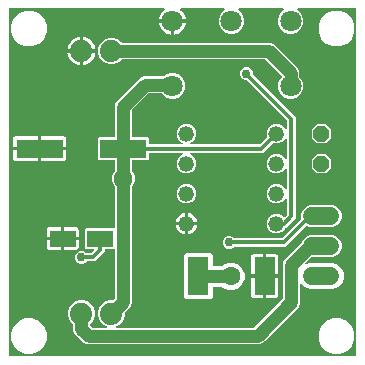
<source format=gbr>
G04 EAGLE Gerber RS-274X export*
G75*
%MOMM*%
%FSLAX34Y34*%
%LPD*%
%INTop Copper*%
%IPPOS*%
%AMOC8*
5,1,8,0,0,1.08239X$1,22.5*%
G01*
%ADD10R,4.000000X1.600000*%
%ADD11R,2.200000X1.400000*%
%ADD12P,1.429621X8X292.500000*%
%ADD13C,1.320800*%
%ADD14R,1.800000X3.200000*%
%ADD15C,1.879600*%
%ADD16C,1.800000*%
%ADD17C,1.524000*%
%ADD18C,0.355600*%
%ADD19C,0.762000*%
%ADD20C,1.067000*%
%ADD21C,1.600500*%
%ADD22C,0.356000*%
%ADD23C,1.066800*%
%ADD24C,1.600200*%

G36*
X314653Y687709D02*
X314653Y687709D01*
X314672Y687707D01*
X314774Y687729D01*
X314876Y687745D01*
X314893Y687755D01*
X314913Y687759D01*
X315002Y687812D01*
X315093Y687861D01*
X315107Y687875D01*
X315124Y687885D01*
X315191Y687964D01*
X315263Y688039D01*
X315271Y688057D01*
X315284Y688072D01*
X315323Y688168D01*
X315366Y688262D01*
X315368Y688282D01*
X315376Y688300D01*
X315394Y688467D01*
X315394Y981458D01*
X315391Y981478D01*
X315393Y981497D01*
X315371Y981599D01*
X315355Y981701D01*
X315345Y981718D01*
X315341Y981738D01*
X315288Y981827D01*
X315239Y981918D01*
X315225Y981932D01*
X315215Y981949D01*
X315136Y982016D01*
X315061Y982088D01*
X315043Y982096D01*
X315028Y982109D01*
X314932Y982148D01*
X314838Y982191D01*
X314818Y982193D01*
X314800Y982201D01*
X314633Y982219D01*
X265785Y982219D01*
X265689Y982204D01*
X265592Y982194D01*
X265568Y982184D01*
X265543Y982180D01*
X265457Y982134D01*
X265368Y982094D01*
X265348Y982077D01*
X265325Y982064D01*
X265258Y981994D01*
X265186Y981928D01*
X265174Y981905D01*
X265156Y981886D01*
X265115Y981798D01*
X265068Y981712D01*
X265063Y981687D01*
X265052Y981663D01*
X265041Y981566D01*
X265024Y981470D01*
X265028Y981444D01*
X265025Y981419D01*
X265046Y981323D01*
X265060Y981227D01*
X265072Y981204D01*
X265077Y981178D01*
X265127Y981094D01*
X265172Y981008D01*
X265190Y980989D01*
X265204Y980967D01*
X265278Y980904D01*
X265347Y980836D01*
X265376Y980820D01*
X265390Y980807D01*
X265421Y980795D01*
X265494Y980755D01*
X265656Y980688D01*
X268688Y977656D01*
X270329Y973694D01*
X270329Y969406D01*
X268688Y965444D01*
X265656Y962412D01*
X261694Y960771D01*
X257406Y960771D01*
X253444Y962412D01*
X250412Y965444D01*
X248771Y969406D01*
X248771Y973694D01*
X250412Y977656D01*
X253444Y980688D01*
X253606Y980755D01*
X253689Y980806D01*
X253775Y980852D01*
X253793Y980870D01*
X253815Y980884D01*
X253877Y980959D01*
X253944Y981030D01*
X253955Y981054D01*
X253972Y981074D01*
X254007Y981165D01*
X254048Y981253D01*
X254051Y981279D01*
X254060Y981303D01*
X254064Y981401D01*
X254075Y981497D01*
X254069Y981523D01*
X254070Y981549D01*
X254043Y981643D01*
X254023Y981738D01*
X254009Y981760D01*
X254002Y981785D01*
X253946Y981865D01*
X253896Y981949D01*
X253877Y981966D01*
X253862Y981987D01*
X253784Y982045D01*
X253710Y982109D01*
X253685Y982119D01*
X253664Y982134D01*
X253572Y982164D01*
X253481Y982201D01*
X253449Y982204D01*
X253430Y982210D01*
X253398Y982210D01*
X253315Y982219D01*
X215785Y982219D01*
X215689Y982204D01*
X215592Y982194D01*
X215568Y982184D01*
X215543Y982180D01*
X215457Y982134D01*
X215368Y982094D01*
X215348Y982077D01*
X215325Y982064D01*
X215258Y981994D01*
X215186Y981928D01*
X215174Y981905D01*
X215156Y981886D01*
X215115Y981798D01*
X215068Y981712D01*
X215063Y981687D01*
X215052Y981663D01*
X215041Y981566D01*
X215024Y981470D01*
X215028Y981444D01*
X215025Y981419D01*
X215046Y981323D01*
X215060Y981227D01*
X215072Y981204D01*
X215077Y981178D01*
X215127Y981094D01*
X215172Y981008D01*
X215190Y980989D01*
X215204Y980967D01*
X215278Y980904D01*
X215347Y980836D01*
X215376Y980820D01*
X215390Y980807D01*
X215421Y980795D01*
X215494Y980755D01*
X215656Y980688D01*
X218688Y977656D01*
X220329Y973694D01*
X220329Y969406D01*
X218688Y965444D01*
X215656Y962412D01*
X211694Y960771D01*
X207406Y960771D01*
X203444Y962412D01*
X200412Y965444D01*
X198771Y969406D01*
X198771Y973694D01*
X200412Y977656D01*
X203444Y980688D01*
X203606Y980755D01*
X203689Y980806D01*
X203775Y980852D01*
X203793Y980870D01*
X203815Y980884D01*
X203877Y980959D01*
X203944Y981030D01*
X203955Y981054D01*
X203972Y981074D01*
X204007Y981165D01*
X204048Y981253D01*
X204051Y981279D01*
X204060Y981303D01*
X204064Y981401D01*
X204075Y981497D01*
X204069Y981523D01*
X204070Y981549D01*
X204043Y981643D01*
X204023Y981738D01*
X204009Y981760D01*
X204002Y981785D01*
X203946Y981865D01*
X203896Y981949D01*
X203877Y981966D01*
X203862Y981987D01*
X203784Y982045D01*
X203710Y982109D01*
X203685Y982119D01*
X203664Y982134D01*
X203572Y982164D01*
X203481Y982201D01*
X203449Y982204D01*
X203430Y982210D01*
X203398Y982210D01*
X203315Y982219D01*
X166842Y982219D01*
X166834Y982218D01*
X166826Y982219D01*
X166713Y982198D01*
X166599Y982180D01*
X166592Y982176D01*
X166584Y982174D01*
X166483Y982118D01*
X166382Y982064D01*
X166376Y982059D01*
X166369Y982055D01*
X166292Y981970D01*
X166213Y981886D01*
X166209Y981879D01*
X166204Y981873D01*
X166158Y981768D01*
X166109Y981663D01*
X166108Y981655D01*
X166105Y981648D01*
X166095Y981533D01*
X166082Y981419D01*
X166084Y981411D01*
X166083Y981403D01*
X166110Y981290D01*
X166134Y981178D01*
X166138Y981171D01*
X166140Y981164D01*
X166201Y981066D01*
X166260Y980967D01*
X166266Y980962D01*
X166271Y980955D01*
X166395Y980842D01*
X167068Y980353D01*
X168353Y979068D01*
X169421Y977599D01*
X170245Y975980D01*
X170807Y974252D01*
X170993Y973073D01*
X160312Y973073D01*
X160292Y973070D01*
X160273Y973072D01*
X160171Y973050D01*
X160069Y973033D01*
X160052Y973024D01*
X160032Y973020D01*
X159943Y972967D01*
X159852Y972918D01*
X159838Y972904D01*
X159821Y972894D01*
X159754Y972815D01*
X159683Y972740D01*
X159674Y972722D01*
X159661Y972707D01*
X159623Y972611D01*
X159579Y972517D01*
X159577Y972497D01*
X159569Y972479D01*
X159551Y972312D01*
X159551Y971549D01*
X159549Y971549D01*
X159549Y972312D01*
X159546Y972332D01*
X159548Y972351D01*
X159526Y972453D01*
X159509Y972555D01*
X159500Y972572D01*
X159496Y972592D01*
X159443Y972681D01*
X159394Y972772D01*
X159380Y972786D01*
X159370Y972803D01*
X159291Y972870D01*
X159216Y972941D01*
X159198Y972950D01*
X159183Y972963D01*
X159087Y973002D01*
X158993Y973045D01*
X158973Y973047D01*
X158955Y973055D01*
X158788Y973073D01*
X148107Y973073D01*
X148293Y974252D01*
X148855Y975980D01*
X149679Y977599D01*
X150747Y979068D01*
X152032Y980353D01*
X152705Y980842D01*
X152711Y980848D01*
X152718Y980852D01*
X152797Y980935D01*
X152878Y981017D01*
X152882Y981024D01*
X152887Y981030D01*
X152936Y981134D01*
X152987Y981238D01*
X152988Y981246D01*
X152991Y981253D01*
X153004Y981367D01*
X153019Y981482D01*
X153017Y981490D01*
X153018Y981497D01*
X152994Y981610D01*
X152972Y981723D01*
X152968Y981730D01*
X152966Y981738D01*
X152907Y981837D01*
X152850Y981937D01*
X152844Y981942D01*
X152840Y981949D01*
X152752Y982024D01*
X152666Y982101D01*
X152659Y982104D01*
X152653Y982109D01*
X152546Y982152D01*
X152440Y982197D01*
X152432Y982198D01*
X152425Y982201D01*
X152258Y982219D01*
X21717Y982219D01*
X21697Y982216D01*
X21678Y982218D01*
X21576Y982196D01*
X21474Y982180D01*
X21457Y982170D01*
X21437Y982166D01*
X21348Y982113D01*
X21257Y982064D01*
X21243Y982050D01*
X21226Y982040D01*
X21159Y981961D01*
X21087Y981886D01*
X21079Y981868D01*
X21066Y981853D01*
X21027Y981757D01*
X20984Y981663D01*
X20982Y981643D01*
X20974Y981625D01*
X20956Y981458D01*
X20956Y688467D01*
X20959Y688447D01*
X20957Y688428D01*
X20979Y688326D01*
X20995Y688224D01*
X21005Y688207D01*
X21009Y688187D01*
X21062Y688098D01*
X21111Y688007D01*
X21125Y687993D01*
X21135Y687976D01*
X21214Y687909D01*
X21289Y687837D01*
X21307Y687829D01*
X21322Y687816D01*
X21418Y687777D01*
X21512Y687734D01*
X21532Y687732D01*
X21550Y687724D01*
X21717Y687706D01*
X314633Y687706D01*
X314653Y687709D01*
G37*
%LPC*%
G36*
X87485Y697736D02*
X87485Y697736D01*
X84870Y698819D01*
X76519Y707170D01*
X75436Y709785D01*
X75436Y714892D01*
X75422Y714982D01*
X75414Y715073D01*
X75402Y715103D01*
X75397Y715135D01*
X75354Y715216D01*
X75318Y715299D01*
X75292Y715332D01*
X75281Y715352D01*
X75258Y715374D01*
X75213Y715430D01*
X73075Y717569D01*
X71373Y721677D01*
X71373Y726123D01*
X73075Y730231D01*
X76219Y733375D01*
X80327Y735077D01*
X84773Y735077D01*
X88881Y733375D01*
X92025Y730231D01*
X93727Y726123D01*
X93727Y721677D01*
X92025Y717569D01*
X89887Y715430D01*
X89834Y715356D01*
X89774Y715287D01*
X89762Y715257D01*
X89743Y715231D01*
X89716Y715144D01*
X89682Y715059D01*
X89678Y715018D01*
X89671Y714996D01*
X89672Y714963D01*
X89664Y714892D01*
X89664Y714462D01*
X89678Y714372D01*
X89686Y714281D01*
X89698Y714251D01*
X89703Y714219D01*
X89746Y714138D01*
X89782Y714055D01*
X89808Y714022D01*
X89819Y714002D01*
X89842Y713980D01*
X89887Y713924D01*
X91624Y712187D01*
X91698Y712134D01*
X91767Y712074D01*
X91797Y712062D01*
X91823Y712043D01*
X91910Y712016D01*
X91995Y711982D01*
X92036Y711978D01*
X92058Y711971D01*
X92091Y711972D01*
X92162Y711964D01*
X103733Y711964D01*
X103830Y711979D01*
X103926Y711989D01*
X103950Y711999D01*
X103976Y712003D01*
X104062Y712049D01*
X104151Y712089D01*
X104170Y712106D01*
X104194Y712119D01*
X104261Y712189D01*
X104332Y712255D01*
X104345Y712278D01*
X104363Y712297D01*
X104404Y712385D01*
X104451Y712471D01*
X104456Y712496D01*
X104467Y712520D01*
X104477Y712617D01*
X104495Y712713D01*
X104491Y712739D01*
X104494Y712764D01*
X104473Y712860D01*
X104459Y712956D01*
X104447Y712979D01*
X104441Y713005D01*
X104391Y713088D01*
X104347Y713175D01*
X104329Y713194D01*
X104315Y713216D01*
X104241Y713279D01*
X104172Y713347D01*
X104143Y713363D01*
X104128Y713376D01*
X104098Y713388D01*
X104025Y713428D01*
X101619Y714425D01*
X98475Y717569D01*
X96773Y721677D01*
X96773Y726123D01*
X98475Y730231D01*
X101619Y733375D01*
X105727Y735077D01*
X108751Y735077D01*
X108841Y735091D01*
X108932Y735099D01*
X108962Y735111D01*
X108994Y735116D01*
X109075Y735159D01*
X109158Y735195D01*
X109191Y735221D01*
X109211Y735232D01*
X109233Y735255D01*
X109289Y735300D01*
X110713Y736724D01*
X110766Y736798D01*
X110826Y736867D01*
X110838Y736897D01*
X110857Y736923D01*
X110884Y737010D01*
X110918Y737095D01*
X110922Y737136D01*
X110929Y737158D01*
X110928Y737191D01*
X110936Y737262D01*
X110936Y777860D01*
X110933Y777880D01*
X110935Y777899D01*
X110913Y778001D01*
X110897Y778103D01*
X110887Y778120D01*
X110883Y778140D01*
X110830Y778229D01*
X110781Y778320D01*
X110767Y778334D01*
X110757Y778351D01*
X110678Y778418D01*
X110603Y778490D01*
X110585Y778498D01*
X110570Y778511D01*
X110474Y778550D01*
X110380Y778593D01*
X110360Y778595D01*
X110342Y778603D01*
X110175Y778621D01*
X102868Y778621D01*
X102848Y778618D01*
X102829Y778620D01*
X102727Y778598D01*
X102625Y778582D01*
X102608Y778572D01*
X102588Y778568D01*
X102499Y778515D01*
X102408Y778466D01*
X102394Y778452D01*
X102377Y778442D01*
X102310Y778363D01*
X102238Y778288D01*
X102230Y778270D01*
X102217Y778255D01*
X102178Y778159D01*
X102135Y778065D01*
X102133Y778045D01*
X102125Y778027D01*
X102107Y777860D01*
X102107Y776277D01*
X93798Y767968D01*
X87212Y767968D01*
X87122Y767954D01*
X87031Y767946D01*
X87001Y767934D01*
X86970Y767929D01*
X86889Y767886D01*
X86805Y767850D01*
X86773Y767824D01*
X86752Y767813D01*
X86730Y767790D01*
X86674Y767745D01*
X85716Y766787D01*
X83662Y765936D01*
X81438Y765936D01*
X79384Y766787D01*
X77812Y768359D01*
X76961Y770413D01*
X76961Y772637D01*
X77812Y774691D01*
X79384Y776263D01*
X81438Y777114D01*
X83662Y777114D01*
X85716Y776263D01*
X86674Y775305D01*
X86748Y775252D01*
X86817Y775192D01*
X86848Y775180D01*
X86874Y775161D01*
X86961Y775134D01*
X87046Y775100D01*
X87086Y775096D01*
X87109Y775089D01*
X87141Y775090D01*
X87212Y775082D01*
X90536Y775082D01*
X90627Y775096D01*
X90717Y775104D01*
X90747Y775116D01*
X90779Y775121D01*
X90860Y775164D01*
X90944Y775200D01*
X90976Y775226D01*
X90997Y775237D01*
X91019Y775260D01*
X91075Y775305D01*
X93092Y777322D01*
X93134Y777380D01*
X93183Y777432D01*
X93205Y777479D01*
X93235Y777521D01*
X93256Y777590D01*
X93287Y777655D01*
X93292Y777707D01*
X93308Y777757D01*
X93306Y777828D01*
X93314Y777899D01*
X93303Y777950D01*
X93301Y778002D01*
X93277Y778070D01*
X93261Y778140D01*
X93235Y778185D01*
X93217Y778233D01*
X93172Y778289D01*
X93135Y778351D01*
X93096Y778385D01*
X93063Y778425D01*
X93003Y778464D01*
X92948Y778511D01*
X92900Y778530D01*
X92856Y778558D01*
X92787Y778576D01*
X92720Y778603D01*
X92649Y778611D01*
X92618Y778619D01*
X92594Y778617D01*
X92553Y778621D01*
X86813Y778621D01*
X85771Y779663D01*
X85771Y795137D01*
X86813Y796179D01*
X110175Y796179D01*
X110195Y796182D01*
X110214Y796180D01*
X110316Y796202D01*
X110418Y796218D01*
X110435Y796228D01*
X110455Y796232D01*
X110544Y796285D01*
X110635Y796334D01*
X110649Y796348D01*
X110666Y796358D01*
X110733Y796437D01*
X110805Y796512D01*
X110813Y796530D01*
X110826Y796545D01*
X110864Y796641D01*
X110908Y796735D01*
X110910Y796755D01*
X110918Y796773D01*
X110936Y796940D01*
X110936Y831166D01*
X110922Y831256D01*
X110914Y831347D01*
X110902Y831376D01*
X110897Y831408D01*
X110854Y831489D01*
X110818Y831573D01*
X110792Y831605D01*
X110781Y831626D01*
X110758Y831648D01*
X110713Y831704D01*
X109758Y832659D01*
X108269Y836254D01*
X108269Y840146D01*
X109758Y843741D01*
X110713Y844696D01*
X110766Y844770D01*
X110826Y844839D01*
X110838Y844870D01*
X110857Y844896D01*
X110884Y844983D01*
X110918Y845068D01*
X110922Y845109D01*
X110929Y845131D01*
X110928Y845163D01*
X110936Y845234D01*
X110936Y853060D01*
X110933Y853080D01*
X110935Y853099D01*
X110913Y853201D01*
X110897Y853303D01*
X110887Y853320D01*
X110883Y853340D01*
X110830Y853429D01*
X110781Y853520D01*
X110767Y853534D01*
X110757Y853551D01*
X110678Y853618D01*
X110603Y853690D01*
X110585Y853698D01*
X110570Y853711D01*
X110474Y853750D01*
X110380Y853793D01*
X110360Y853795D01*
X110342Y853803D01*
X110175Y853821D01*
X97313Y853821D01*
X96271Y854863D01*
X96271Y872337D01*
X97313Y873379D01*
X110175Y873379D01*
X110195Y873382D01*
X110214Y873380D01*
X110316Y873402D01*
X110418Y873418D01*
X110435Y873428D01*
X110455Y873432D01*
X110544Y873485D01*
X110635Y873534D01*
X110649Y873548D01*
X110666Y873558D01*
X110733Y873637D01*
X110805Y873712D01*
X110813Y873730D01*
X110826Y873745D01*
X110865Y873841D01*
X110908Y873935D01*
X110910Y873955D01*
X110918Y873973D01*
X110936Y874140D01*
X110936Y900515D01*
X112019Y903130D01*
X132495Y923606D01*
X135110Y924689D01*
X152130Y924689D01*
X152220Y924703D01*
X152311Y924711D01*
X152341Y924723D01*
X152373Y924728D01*
X152453Y924771D01*
X152537Y924807D01*
X152569Y924833D01*
X152590Y924844D01*
X152612Y924867D01*
X152668Y924912D01*
X153444Y925688D01*
X157406Y927329D01*
X161694Y927329D01*
X165656Y925688D01*
X168688Y922656D01*
X170329Y918694D01*
X170329Y914406D01*
X168688Y910444D01*
X165656Y907412D01*
X161694Y905771D01*
X157406Y905771D01*
X153444Y907412D01*
X150618Y910238D01*
X150544Y910291D01*
X150475Y910351D01*
X150445Y910363D01*
X150419Y910382D01*
X150332Y910409D01*
X150247Y910443D01*
X150206Y910447D01*
X150183Y910454D01*
X150151Y910453D01*
X150080Y910461D01*
X139787Y910461D01*
X139697Y910447D01*
X139606Y910439D01*
X139576Y910427D01*
X139544Y910422D01*
X139463Y910379D01*
X139380Y910343D01*
X139347Y910317D01*
X139327Y910306D01*
X139305Y910283D01*
X139249Y910238D01*
X125387Y896376D01*
X125334Y896302D01*
X125274Y896233D01*
X125262Y896203D01*
X125243Y896177D01*
X125216Y896090D01*
X125182Y896005D01*
X125178Y895964D01*
X125171Y895942D01*
X125172Y895909D01*
X125164Y895838D01*
X125164Y874140D01*
X125167Y874120D01*
X125165Y874101D01*
X125187Y873999D01*
X125203Y873897D01*
X125213Y873880D01*
X125217Y873860D01*
X125270Y873771D01*
X125319Y873680D01*
X125333Y873666D01*
X125343Y873649D01*
X125422Y873582D01*
X125497Y873510D01*
X125515Y873502D01*
X125530Y873489D01*
X125626Y873450D01*
X125720Y873407D01*
X125740Y873405D01*
X125758Y873397D01*
X125925Y873379D01*
X138787Y873379D01*
X139829Y872337D01*
X139829Y867918D01*
X139832Y867898D01*
X139830Y867879D01*
X139852Y867777D01*
X139868Y867675D01*
X139878Y867658D01*
X139882Y867638D01*
X139935Y867549D01*
X139984Y867458D01*
X139998Y867444D01*
X140008Y867427D01*
X140087Y867360D01*
X140162Y867288D01*
X140180Y867280D01*
X140195Y867267D01*
X140291Y867228D01*
X140385Y867185D01*
X140405Y867183D01*
X140423Y867175D01*
X140590Y867157D01*
X167792Y867157D01*
X167888Y867172D01*
X167985Y867182D01*
X168009Y867192D01*
X168034Y867196D01*
X168120Y867242D01*
X168209Y867282D01*
X168229Y867299D01*
X168252Y867312D01*
X168319Y867382D01*
X168391Y867448D01*
X168403Y867471D01*
X168421Y867490D01*
X168462Y867578D01*
X168509Y867664D01*
X168514Y867689D01*
X168525Y867713D01*
X168535Y867810D01*
X168553Y867906D01*
X168549Y867932D01*
X168552Y867957D01*
X168531Y868053D01*
X168517Y868149D01*
X168505Y868172D01*
X168500Y868198D01*
X168450Y868281D01*
X168406Y868368D01*
X168387Y868387D01*
X168373Y868409D01*
X168300Y868472D01*
X168230Y868540D01*
X168201Y868556D01*
X168187Y868569D01*
X168156Y868581D01*
X168083Y868621D01*
X166702Y869193D01*
X164343Y871552D01*
X163067Y874633D01*
X163067Y877967D01*
X164343Y881048D01*
X166702Y883407D01*
X169783Y884683D01*
X173117Y884683D01*
X176198Y883407D01*
X178557Y881048D01*
X179833Y877967D01*
X179833Y874633D01*
X178557Y871552D01*
X176198Y869193D01*
X174817Y868621D01*
X174734Y868570D01*
X174648Y868524D01*
X174630Y868506D01*
X174608Y868492D01*
X174546Y868416D01*
X174479Y868346D01*
X174468Y868322D01*
X174451Y868302D01*
X174416Y868211D01*
X174375Y868123D01*
X174372Y868097D01*
X174363Y868073D01*
X174359Y867975D01*
X174348Y867879D01*
X174354Y867853D01*
X174353Y867827D01*
X174380Y867733D01*
X174400Y867638D01*
X174414Y867616D01*
X174421Y867591D01*
X174477Y867511D01*
X174527Y867427D01*
X174546Y867410D01*
X174561Y867389D01*
X174640Y867330D01*
X174713Y867267D01*
X174738Y867257D01*
X174759Y867242D01*
X174851Y867212D01*
X174942Y867175D01*
X174974Y867172D01*
X174993Y867166D01*
X175026Y867166D01*
X175108Y867157D01*
X233161Y867157D01*
X233252Y867171D01*
X233342Y867179D01*
X233372Y867191D01*
X233404Y867196D01*
X233485Y867239D01*
X233569Y867275D01*
X233601Y867301D01*
X233622Y867312D01*
X233644Y867335D01*
X233700Y867380D01*
X239401Y873081D01*
X239469Y873176D01*
X239539Y873270D01*
X239541Y873276D01*
X239545Y873281D01*
X239579Y873393D01*
X239615Y873504D01*
X239615Y873510D01*
X239617Y873516D01*
X239614Y873633D01*
X239613Y873750D01*
X239611Y873757D01*
X239611Y873762D01*
X239604Y873779D01*
X239566Y873911D01*
X239267Y874633D01*
X239267Y877967D01*
X240543Y881048D01*
X242902Y883407D01*
X245983Y884683D01*
X249317Y884683D01*
X252398Y883407D01*
X254757Y881048D01*
X255327Y879672D01*
X255378Y879589D01*
X255424Y879503D01*
X255442Y879485D01*
X255456Y879463D01*
X255532Y879401D01*
X255602Y879334D01*
X255626Y879323D01*
X255646Y879306D01*
X255737Y879271D01*
X255825Y879230D01*
X255851Y879227D01*
X255875Y879218D01*
X255973Y879214D01*
X256069Y879203D01*
X256095Y879209D01*
X256121Y879207D01*
X256215Y879235D01*
X256310Y879255D01*
X256332Y879269D01*
X256357Y879276D01*
X256437Y879331D01*
X256521Y879381D01*
X256538Y879401D01*
X256559Y879416D01*
X256618Y879494D01*
X256681Y879568D01*
X256691Y879593D01*
X256706Y879614D01*
X256736Y879706D01*
X256773Y879796D01*
X256776Y879829D01*
X256782Y879847D01*
X256782Y879880D01*
X256791Y879963D01*
X256791Y887211D01*
X256777Y887301D01*
X256769Y887392D01*
X256757Y887421D01*
X256752Y887453D01*
X256709Y887534D01*
X256673Y887618D01*
X256647Y887650D01*
X256636Y887671D01*
X256613Y887693D01*
X256568Y887749D01*
X223029Y921288D01*
X222955Y921341D01*
X222885Y921401D01*
X222855Y921413D01*
X222829Y921432D01*
X222742Y921459D01*
X222657Y921493D01*
X222616Y921497D01*
X222594Y921504D01*
X222562Y921503D01*
X222491Y921511D01*
X221138Y921511D01*
X219084Y922362D01*
X217512Y923934D01*
X216661Y925988D01*
X216661Y928212D01*
X217512Y930266D01*
X219084Y931838D01*
X221138Y932689D01*
X223362Y932689D01*
X225416Y931838D01*
X226988Y930266D01*
X227839Y928212D01*
X227839Y926859D01*
X227853Y926769D01*
X227861Y926678D01*
X227873Y926649D01*
X227878Y926617D01*
X227921Y926536D01*
X227957Y926452D01*
X227983Y926420D01*
X227994Y926399D01*
X228017Y926377D01*
X228062Y926321D01*
X263909Y890474D01*
X263909Y804976D01*
X255346Y796413D01*
X255308Y796394D01*
X255303Y796389D01*
X255298Y796386D01*
X255218Y796302D01*
X255136Y796218D01*
X255132Y796212D01*
X255128Y796208D01*
X255121Y796191D01*
X255055Y796071D01*
X254757Y795352D01*
X252398Y792993D01*
X249317Y791717D01*
X245983Y791717D01*
X242902Y792993D01*
X240543Y795352D01*
X239267Y798433D01*
X239267Y801767D01*
X240543Y804848D01*
X242902Y807207D01*
X245983Y808483D01*
X249317Y808483D01*
X252398Y807207D01*
X253698Y805907D01*
X253714Y805896D01*
X253726Y805880D01*
X253797Y805835D01*
X253826Y805810D01*
X253842Y805803D01*
X253898Y805764D01*
X253917Y805758D01*
X253933Y805747D01*
X254034Y805722D01*
X254133Y805691D01*
X254153Y805692D01*
X254172Y805687D01*
X254275Y805695D01*
X254379Y805698D01*
X254397Y805705D01*
X254417Y805706D01*
X254512Y805746D01*
X254610Y805782D01*
X254625Y805795D01*
X254643Y805802D01*
X254702Y805849D01*
X254712Y805854D01*
X254722Y805865D01*
X254774Y805907D01*
X256568Y807701D01*
X256621Y807775D01*
X256681Y807845D01*
X256693Y807875D01*
X256712Y807901D01*
X256739Y807988D01*
X256773Y808073D01*
X256777Y808114D01*
X256784Y808136D01*
X256783Y808168D01*
X256791Y808239D01*
X256791Y821837D01*
X256776Y821933D01*
X256766Y822030D01*
X256756Y822054D01*
X256752Y822080D01*
X256706Y822166D01*
X256666Y822255D01*
X256649Y822274D01*
X256636Y822297D01*
X256566Y822364D01*
X256500Y822436D01*
X256477Y822448D01*
X256458Y822466D01*
X256370Y822507D01*
X256284Y822554D01*
X256259Y822559D01*
X256235Y822570D01*
X256138Y822581D01*
X256042Y822598D01*
X256016Y822594D01*
X255991Y822597D01*
X255895Y822576D01*
X255799Y822562D01*
X255776Y822550D01*
X255750Y822545D01*
X255667Y822495D01*
X255580Y822451D01*
X255561Y822432D01*
X255539Y822419D01*
X255476Y822345D01*
X255408Y822275D01*
X255392Y822246D01*
X255379Y822232D01*
X255367Y822201D01*
X255327Y822128D01*
X254757Y820752D01*
X252398Y818393D01*
X249317Y817117D01*
X245983Y817117D01*
X242902Y818393D01*
X240543Y820752D01*
X239267Y823833D01*
X239267Y827167D01*
X240543Y830248D01*
X242902Y832607D01*
X245983Y833883D01*
X249317Y833883D01*
X252398Y832607D01*
X254757Y830248D01*
X255327Y828872D01*
X255378Y828789D01*
X255424Y828703D01*
X255442Y828685D01*
X255456Y828663D01*
X255532Y828601D01*
X255602Y828534D01*
X255626Y828523D01*
X255646Y828506D01*
X255737Y828471D01*
X255825Y828430D01*
X255851Y828427D01*
X255875Y828418D01*
X255973Y828414D01*
X256069Y828403D01*
X256095Y828409D01*
X256121Y828407D01*
X256215Y828435D01*
X256310Y828455D01*
X256332Y828469D01*
X256357Y828476D01*
X256437Y828531D01*
X256521Y828581D01*
X256538Y828601D01*
X256559Y828616D01*
X256618Y828694D01*
X256681Y828768D01*
X256691Y828793D01*
X256706Y828814D01*
X256736Y828906D01*
X256773Y828996D01*
X256776Y829029D01*
X256782Y829047D01*
X256782Y829080D01*
X256791Y829163D01*
X256791Y847237D01*
X256776Y847333D01*
X256766Y847430D01*
X256756Y847454D01*
X256752Y847480D01*
X256706Y847566D01*
X256666Y847655D01*
X256649Y847674D01*
X256636Y847697D01*
X256566Y847764D01*
X256500Y847836D01*
X256477Y847848D01*
X256458Y847866D01*
X256370Y847907D01*
X256284Y847954D01*
X256259Y847959D01*
X256235Y847970D01*
X256138Y847981D01*
X256042Y847998D01*
X256016Y847994D01*
X255991Y847997D01*
X255895Y847976D01*
X255799Y847962D01*
X255776Y847950D01*
X255750Y847945D01*
X255667Y847895D01*
X255580Y847851D01*
X255561Y847832D01*
X255539Y847819D01*
X255476Y847745D01*
X255408Y847675D01*
X255392Y847646D01*
X255379Y847632D01*
X255367Y847601D01*
X255327Y847528D01*
X254757Y846152D01*
X252398Y843793D01*
X249317Y842517D01*
X245983Y842517D01*
X242902Y843793D01*
X240543Y846152D01*
X239267Y849233D01*
X239267Y852567D01*
X240543Y855648D01*
X242902Y858007D01*
X245983Y859283D01*
X249317Y859283D01*
X252398Y858007D01*
X254757Y855648D01*
X255327Y854272D01*
X255378Y854189D01*
X255424Y854103D01*
X255442Y854085D01*
X255456Y854063D01*
X255532Y854001D01*
X255602Y853934D01*
X255626Y853923D01*
X255646Y853906D01*
X255737Y853871D01*
X255825Y853830D01*
X255851Y853827D01*
X255875Y853818D01*
X255973Y853814D01*
X256069Y853803D01*
X256095Y853809D01*
X256121Y853807D01*
X256215Y853835D01*
X256310Y853855D01*
X256332Y853869D01*
X256357Y853876D01*
X256437Y853931D01*
X256521Y853981D01*
X256538Y854001D01*
X256559Y854016D01*
X256618Y854094D01*
X256681Y854168D01*
X256691Y854193D01*
X256706Y854214D01*
X256736Y854306D01*
X256773Y854396D01*
X256776Y854429D01*
X256782Y854447D01*
X256782Y854480D01*
X256791Y854563D01*
X256791Y872637D01*
X256776Y872733D01*
X256766Y872830D01*
X256756Y872854D01*
X256752Y872880D01*
X256706Y872966D01*
X256666Y873055D01*
X256649Y873074D01*
X256636Y873097D01*
X256566Y873164D01*
X256500Y873236D01*
X256477Y873248D01*
X256458Y873266D01*
X256370Y873307D01*
X256284Y873354D01*
X256259Y873359D01*
X256235Y873370D01*
X256138Y873381D01*
X256042Y873398D01*
X256016Y873394D01*
X255991Y873397D01*
X255895Y873376D01*
X255799Y873362D01*
X255776Y873350D01*
X255750Y873345D01*
X255667Y873295D01*
X255580Y873251D01*
X255561Y873232D01*
X255539Y873219D01*
X255476Y873145D01*
X255408Y873075D01*
X255392Y873046D01*
X255379Y873032D01*
X255367Y873001D01*
X255327Y872928D01*
X254757Y871552D01*
X252398Y869193D01*
X249317Y867917D01*
X245983Y867917D01*
X245261Y868216D01*
X245148Y868243D01*
X245034Y868271D01*
X245027Y868271D01*
X245021Y868272D01*
X244905Y868261D01*
X244788Y868252D01*
X244783Y868250D01*
X244776Y868249D01*
X244669Y868201D01*
X244562Y868156D01*
X244556Y868151D01*
X244552Y868149D01*
X244538Y868136D01*
X244431Y868051D01*
X238730Y862350D01*
X236423Y860043D01*
X175108Y860043D01*
X175012Y860028D01*
X174915Y860018D01*
X174891Y860008D01*
X174866Y860004D01*
X174780Y859958D01*
X174691Y859918D01*
X174671Y859901D01*
X174648Y859888D01*
X174581Y859818D01*
X174509Y859752D01*
X174497Y859729D01*
X174479Y859710D01*
X174438Y859622D01*
X174391Y859536D01*
X174386Y859511D01*
X174375Y859487D01*
X174365Y859390D01*
X174347Y859294D01*
X174351Y859268D01*
X174348Y859243D01*
X174369Y859147D01*
X174383Y859051D01*
X174395Y859028D01*
X174400Y859002D01*
X174450Y858919D01*
X174494Y858832D01*
X174513Y858813D01*
X174527Y858791D01*
X174600Y858728D01*
X174670Y858660D01*
X174699Y858644D01*
X174713Y858631D01*
X174744Y858619D01*
X174817Y858579D01*
X176198Y858007D01*
X178557Y855648D01*
X179833Y852567D01*
X179833Y849233D01*
X178557Y846152D01*
X176198Y843793D01*
X173117Y842517D01*
X169783Y842517D01*
X166702Y843793D01*
X164343Y846152D01*
X163067Y849233D01*
X163067Y852567D01*
X164343Y855648D01*
X166702Y858007D01*
X168083Y858579D01*
X168166Y858630D01*
X168252Y858676D01*
X168270Y858694D01*
X168292Y858708D01*
X168354Y858784D01*
X168421Y858854D01*
X168432Y858878D01*
X168449Y858898D01*
X168484Y858989D01*
X168525Y859077D01*
X168528Y859103D01*
X168537Y859127D01*
X168541Y859225D01*
X168552Y859321D01*
X168546Y859347D01*
X168547Y859373D01*
X168520Y859467D01*
X168500Y859562D01*
X168486Y859584D01*
X168479Y859609D01*
X168423Y859689D01*
X168373Y859773D01*
X168354Y859790D01*
X168339Y859811D01*
X168260Y859870D01*
X168187Y859933D01*
X168162Y859943D01*
X168141Y859958D01*
X168049Y859988D01*
X167958Y860025D01*
X167926Y860028D01*
X167907Y860034D01*
X167874Y860034D01*
X167792Y860043D01*
X140590Y860043D01*
X140570Y860040D01*
X140551Y860042D01*
X140449Y860020D01*
X140347Y860004D01*
X140330Y859994D01*
X140310Y859990D01*
X140221Y859937D01*
X140130Y859888D01*
X140116Y859874D01*
X140099Y859864D01*
X140032Y859785D01*
X139960Y859710D01*
X139952Y859692D01*
X139939Y859677D01*
X139900Y859581D01*
X139857Y859487D01*
X139855Y859467D01*
X139847Y859449D01*
X139829Y859282D01*
X139829Y854863D01*
X138787Y853821D01*
X125925Y853821D01*
X125905Y853818D01*
X125886Y853820D01*
X125784Y853798D01*
X125682Y853782D01*
X125665Y853772D01*
X125645Y853768D01*
X125556Y853715D01*
X125465Y853666D01*
X125451Y853652D01*
X125434Y853642D01*
X125367Y853563D01*
X125295Y853488D01*
X125287Y853470D01*
X125274Y853455D01*
X125235Y853359D01*
X125192Y853265D01*
X125190Y853245D01*
X125182Y853227D01*
X125164Y853060D01*
X125164Y845234D01*
X125178Y845144D01*
X125186Y845053D01*
X125198Y845024D01*
X125203Y844992D01*
X125246Y844911D01*
X125282Y844827D01*
X125308Y844795D01*
X125319Y844774D01*
X125342Y844752D01*
X125387Y844696D01*
X126342Y843741D01*
X127831Y840146D01*
X127831Y836254D01*
X126342Y832659D01*
X125387Y831704D01*
X125334Y831630D01*
X125274Y831561D01*
X125262Y831530D01*
X125243Y831504D01*
X125216Y831417D01*
X125182Y831332D01*
X125178Y831291D01*
X125171Y831269D01*
X125172Y831237D01*
X125164Y831166D01*
X125164Y732585D01*
X124081Y729970D01*
X121973Y727862D01*
X119350Y725239D01*
X119297Y725165D01*
X119237Y725096D01*
X119225Y725066D01*
X119206Y725040D01*
X119179Y724953D01*
X119145Y724868D01*
X119141Y724827D01*
X119134Y724805D01*
X119135Y724772D01*
X119127Y724701D01*
X119127Y721677D01*
X117425Y717569D01*
X114281Y714425D01*
X111875Y713428D01*
X111792Y713377D01*
X111706Y713331D01*
X111688Y713313D01*
X111666Y713299D01*
X111604Y713223D01*
X111537Y713153D01*
X111526Y713129D01*
X111509Y713109D01*
X111474Y713018D01*
X111433Y712930D01*
X111431Y712904D01*
X111421Y712880D01*
X111417Y712782D01*
X111406Y712686D01*
X111412Y712660D01*
X111411Y712634D01*
X111438Y712540D01*
X111459Y712445D01*
X111472Y712423D01*
X111479Y712398D01*
X111535Y712318D01*
X111585Y712234D01*
X111605Y712217D01*
X111620Y712196D01*
X111698Y712137D01*
X111772Y712074D01*
X111796Y712064D01*
X111817Y712049D01*
X111909Y712019D01*
X112000Y711982D01*
X112032Y711979D01*
X112051Y711973D01*
X112084Y711973D01*
X112167Y711964D01*
X228513Y711964D01*
X228603Y711978D01*
X228694Y711986D01*
X228724Y711998D01*
X228756Y712003D01*
X228837Y712046D01*
X228920Y712082D01*
X228953Y712108D01*
X228973Y712119D01*
X228995Y712142D01*
X229051Y712187D01*
X253013Y736149D01*
X253066Y736223D01*
X253126Y736292D01*
X253138Y736322D01*
X253157Y736348D01*
X253184Y736435D01*
X253218Y736520D01*
X253222Y736561D01*
X253229Y736583D01*
X253228Y736616D01*
X253236Y736687D01*
X253236Y766590D01*
X254319Y769205D01*
X269117Y784002D01*
X269155Y784056D01*
X269201Y784102D01*
X269241Y784176D01*
X269261Y784202D01*
X269266Y784221D01*
X269282Y784249D01*
X270162Y786374D01*
X272806Y789018D01*
X276260Y790449D01*
X295240Y790449D01*
X298694Y789018D01*
X301338Y786374D01*
X302769Y782920D01*
X302769Y779180D01*
X301338Y775726D01*
X298694Y773082D01*
X295240Y771651D01*
X277202Y771651D01*
X277112Y771637D01*
X277021Y771629D01*
X276991Y771617D01*
X276959Y771612D01*
X276878Y771569D01*
X276795Y771533D01*
X276762Y771507D01*
X276742Y771496D01*
X276720Y771473D01*
X276664Y771428D01*
X272050Y766814D01*
X271993Y766735D01*
X271931Y766660D01*
X271921Y766636D01*
X271906Y766614D01*
X271877Y766521D01*
X271842Y766431D01*
X271841Y766404D01*
X271834Y766379D01*
X271836Y766282D01*
X271832Y766185D01*
X271839Y766160D01*
X271840Y766133D01*
X271873Y766042D01*
X271901Y765949D01*
X271916Y765927D01*
X271924Y765902D01*
X271985Y765826D01*
X272041Y765746D01*
X272062Y765731D01*
X272078Y765710D01*
X272160Y765658D01*
X272238Y765600D01*
X272263Y765592D01*
X272285Y765577D01*
X272379Y765554D01*
X272472Y765524D01*
X272498Y765524D01*
X272524Y765517D01*
X272621Y765525D01*
X272718Y765526D01*
X272749Y765535D01*
X272769Y765537D01*
X272799Y765549D01*
X272879Y765573D01*
X275907Y766827D01*
X295593Y766827D01*
X299701Y765125D01*
X302845Y761981D01*
X304547Y757873D01*
X304547Y753427D01*
X302845Y749319D01*
X299701Y746175D01*
X295593Y744473D01*
X275907Y744473D01*
X271799Y746175D01*
X268763Y749210D01*
X268705Y749252D01*
X268653Y749302D01*
X268606Y749324D01*
X268564Y749354D01*
X268495Y749375D01*
X268430Y749405D01*
X268378Y749411D01*
X268328Y749426D01*
X268257Y749424D01*
X268186Y749432D01*
X268135Y749421D01*
X268083Y749420D01*
X268015Y749395D01*
X267945Y749380D01*
X267900Y749353D01*
X267852Y749336D01*
X267796Y749291D01*
X267734Y749254D01*
X267700Y749214D01*
X267660Y749182D01*
X267621Y749122D01*
X267574Y749067D01*
X267555Y749019D01*
X267527Y748975D01*
X267509Y748905D01*
X267482Y748839D01*
X267474Y748768D01*
X267466Y748736D01*
X267468Y748713D01*
X267464Y748672D01*
X267464Y732010D01*
X266381Y729395D01*
X264273Y727287D01*
X237913Y700927D01*
X235805Y698819D01*
X233190Y697736D01*
X87485Y697736D01*
G37*
%LPD*%
%LPC*%
G36*
X257406Y905771D02*
X257406Y905771D01*
X253444Y907412D01*
X250412Y910444D01*
X248771Y914406D01*
X248771Y918694D01*
X250412Y922656D01*
X252035Y924278D01*
X252046Y924294D01*
X252062Y924307D01*
X252118Y924394D01*
X252178Y924478D01*
X252184Y924497D01*
X252195Y924514D01*
X252220Y924614D01*
X252251Y924713D01*
X252250Y924733D01*
X252255Y924752D01*
X252247Y924855D01*
X252244Y924959D01*
X252237Y924978D01*
X252236Y924998D01*
X252196Y925092D01*
X252160Y925190D01*
X252147Y925206D01*
X252140Y925224D01*
X252035Y925355D01*
X238576Y938813D01*
X238502Y938866D01*
X238433Y938926D01*
X238403Y938938D01*
X238377Y938957D01*
X238290Y938984D01*
X238205Y939018D01*
X238164Y939022D01*
X238142Y939029D01*
X238109Y939028D01*
X238038Y939036D01*
X116958Y939036D01*
X116868Y939022D01*
X116777Y939014D01*
X116747Y939002D01*
X116715Y938997D01*
X116634Y938954D01*
X116551Y938918D01*
X116518Y938892D01*
X116498Y938881D01*
X116476Y938858D01*
X116420Y938813D01*
X114281Y936675D01*
X110173Y934973D01*
X105727Y934973D01*
X101619Y936675D01*
X98475Y939819D01*
X96773Y943927D01*
X96773Y948373D01*
X98475Y952481D01*
X101619Y955625D01*
X105727Y957327D01*
X110173Y957327D01*
X114281Y955625D01*
X116420Y953487D01*
X116494Y953434D01*
X116563Y953374D01*
X116593Y953362D01*
X116619Y953343D01*
X116706Y953316D01*
X116791Y953282D01*
X116832Y953278D01*
X116854Y953271D01*
X116887Y953272D01*
X116958Y953264D01*
X242715Y953264D01*
X245330Y952181D01*
X265581Y931930D01*
X266664Y929315D01*
X266664Y924995D01*
X266678Y924905D01*
X266686Y924814D01*
X266698Y924784D01*
X266703Y924752D01*
X266746Y924672D01*
X266782Y924588D01*
X266808Y924556D01*
X266819Y924535D01*
X266842Y924513D01*
X266887Y924457D01*
X268688Y922656D01*
X270329Y918694D01*
X270329Y914406D01*
X268688Y910444D01*
X265656Y907412D01*
X261694Y905771D01*
X257406Y905771D01*
G37*
%LPD*%
%LPC*%
G36*
X171077Y736093D02*
X171077Y736093D01*
X168993Y738177D01*
X168993Y773123D01*
X171077Y775207D01*
X192023Y775207D01*
X194107Y773123D01*
X194107Y764921D01*
X194110Y764901D01*
X194108Y764882D01*
X194130Y764780D01*
X194146Y764678D01*
X194156Y764661D01*
X194160Y764641D01*
X194213Y764552D01*
X194262Y764461D01*
X194276Y764447D01*
X194286Y764430D01*
X194365Y764363D01*
X194440Y764291D01*
X194458Y764283D01*
X194473Y764270D01*
X194569Y764231D01*
X194663Y764188D01*
X194683Y764186D01*
X194701Y764178D01*
X194868Y764160D01*
X201272Y764160D01*
X201362Y764174D01*
X201453Y764182D01*
X201483Y764194D01*
X201515Y764199D01*
X201596Y764242D01*
X201680Y764278D01*
X201712Y764304D01*
X201732Y764315D01*
X201755Y764338D01*
X201811Y764383D01*
X202495Y765067D01*
X206743Y766827D01*
X211341Y766827D01*
X215589Y765067D01*
X218840Y761816D01*
X220600Y757568D01*
X220600Y752970D01*
X218840Y748722D01*
X215589Y745471D01*
X211341Y743711D01*
X206743Y743711D01*
X202495Y745471D01*
X201811Y746155D01*
X201737Y746208D01*
X201667Y746268D01*
X201637Y746280D01*
X201611Y746299D01*
X201524Y746326D01*
X201439Y746360D01*
X201398Y746364D01*
X201376Y746371D01*
X201344Y746370D01*
X201272Y746378D01*
X194868Y746378D01*
X194848Y746375D01*
X194829Y746377D01*
X194727Y746355D01*
X194625Y746339D01*
X194608Y746329D01*
X194588Y746325D01*
X194499Y746272D01*
X194408Y746223D01*
X194394Y746209D01*
X194377Y746199D01*
X194310Y746120D01*
X194238Y746045D01*
X194230Y746027D01*
X194217Y746012D01*
X194178Y745916D01*
X194135Y745822D01*
X194133Y745802D01*
X194125Y745784D01*
X194107Y745617D01*
X194107Y738177D01*
X192023Y736093D01*
X171077Y736093D01*
G37*
%LPD*%
%LPC*%
G36*
X206470Y778509D02*
X206470Y778509D01*
X204416Y779360D01*
X202844Y780932D01*
X201993Y782986D01*
X201993Y785210D01*
X202844Y787264D01*
X204416Y788836D01*
X206470Y789687D01*
X208693Y789687D01*
X210747Y788836D01*
X211705Y787878D01*
X211779Y787825D01*
X211849Y787765D01*
X211879Y787753D01*
X211905Y787734D01*
X211992Y787707D01*
X212077Y787673D01*
X212118Y787669D01*
X212140Y787662D01*
X212172Y787663D01*
X212244Y787655D01*
X252084Y787655D01*
X252175Y787669D01*
X252265Y787677D01*
X252295Y787689D01*
X252327Y787694D01*
X252408Y787737D01*
X252492Y787773D01*
X252524Y787799D01*
X252545Y787810D01*
X252567Y787833D01*
X252623Y787878D01*
X268546Y803801D01*
X268613Y803895D01*
X268684Y803989D01*
X268686Y803995D01*
X268689Y804000D01*
X268723Y804111D01*
X268760Y804223D01*
X268760Y804229D01*
X268762Y804235D01*
X268759Y804352D01*
X268757Y804469D01*
X268755Y804476D01*
X268755Y804481D01*
X268749Y804499D01*
X268731Y804559D01*
X268731Y808320D01*
X270162Y811774D01*
X272806Y814418D01*
X276260Y815849D01*
X295240Y815849D01*
X298694Y814418D01*
X301338Y811774D01*
X302769Y808320D01*
X302769Y804580D01*
X301338Y801126D01*
X298694Y798482D01*
X295240Y797051D01*
X276260Y797051D01*
X273616Y798147D01*
X273503Y798173D01*
X273389Y798202D01*
X273383Y798201D01*
X273377Y798203D01*
X273260Y798192D01*
X273144Y798183D01*
X273138Y798180D01*
X273132Y798180D01*
X273024Y798132D01*
X272918Y798086D01*
X272912Y798082D01*
X272907Y798080D01*
X272893Y798067D01*
X272787Y797982D01*
X257653Y782848D01*
X255346Y780541D01*
X212244Y780541D01*
X212154Y780527D01*
X212063Y780519D01*
X212033Y780507D01*
X212001Y780502D01*
X211920Y780459D01*
X211836Y780423D01*
X211804Y780397D01*
X211784Y780386D01*
X211761Y780363D01*
X211705Y780318D01*
X210747Y779360D01*
X208693Y778509D01*
X206470Y778509D01*
G37*
%LPD*%
%LPC*%
G36*
X295450Y950119D02*
X295450Y950119D01*
X289907Y952415D01*
X285665Y956657D01*
X283369Y962200D01*
X283369Y968200D01*
X285665Y973743D01*
X289907Y977985D01*
X295450Y980281D01*
X301450Y980281D01*
X306993Y977985D01*
X311235Y973743D01*
X313531Y968200D01*
X313531Y962200D01*
X311235Y956657D01*
X306993Y952415D01*
X301450Y950119D01*
X295450Y950119D01*
G37*
%LPD*%
%LPC*%
G36*
X35100Y950119D02*
X35100Y950119D01*
X29557Y952415D01*
X25315Y956657D01*
X23019Y962200D01*
X23019Y968200D01*
X25315Y973743D01*
X29557Y977985D01*
X35100Y980281D01*
X41100Y980281D01*
X46643Y977985D01*
X50885Y973743D01*
X53181Y968200D01*
X53181Y962200D01*
X50885Y956657D01*
X46643Y952415D01*
X41100Y950119D01*
X35100Y950119D01*
G37*
%LPD*%
%LPC*%
G36*
X35100Y689769D02*
X35100Y689769D01*
X29557Y692065D01*
X25315Y696307D01*
X23019Y701850D01*
X23019Y707850D01*
X25315Y713393D01*
X29557Y717635D01*
X35100Y719931D01*
X41100Y719931D01*
X46643Y717635D01*
X50885Y713393D01*
X53181Y707850D01*
X53181Y701850D01*
X50885Y696307D01*
X46643Y692065D01*
X41100Y689769D01*
X35100Y689769D01*
G37*
%LPD*%
%LPC*%
G36*
X295450Y689769D02*
X295450Y689769D01*
X289907Y692065D01*
X285665Y696307D01*
X283369Y701850D01*
X283369Y707850D01*
X285665Y713393D01*
X289907Y717635D01*
X295450Y719931D01*
X301450Y719931D01*
X306993Y717635D01*
X311235Y713393D01*
X313531Y707850D01*
X313531Y701850D01*
X311235Y696307D01*
X306993Y692065D01*
X301450Y689769D01*
X295450Y689769D01*
G37*
%LPD*%
%LPC*%
G36*
X282278Y867917D02*
X282278Y867917D01*
X277367Y872828D01*
X277367Y879772D01*
X282278Y884683D01*
X289222Y884683D01*
X294133Y879772D01*
X294133Y872828D01*
X289222Y867917D01*
X282278Y867917D01*
G37*
%LPD*%
%LPC*%
G36*
X282278Y842517D02*
X282278Y842517D01*
X277367Y847428D01*
X277367Y854372D01*
X282278Y859283D01*
X289222Y859283D01*
X294133Y854372D01*
X294133Y847428D01*
X289222Y842517D01*
X282278Y842517D01*
G37*
%LPD*%
%LPC*%
G36*
X169783Y817117D02*
X169783Y817117D01*
X166702Y818393D01*
X164343Y820752D01*
X163067Y823833D01*
X163067Y827167D01*
X164343Y830248D01*
X166702Y832607D01*
X169783Y833883D01*
X173117Y833883D01*
X176198Y832607D01*
X178557Y830248D01*
X179833Y827167D01*
X179833Y823833D01*
X178557Y820752D01*
X176198Y818393D01*
X173117Y817117D01*
X169783Y817117D01*
G37*
%LPD*%
%LPC*%
G36*
X48573Y865123D02*
X48573Y865123D01*
X48573Y874141D01*
X67384Y874141D01*
X68031Y873968D01*
X68610Y873633D01*
X69083Y873160D01*
X69418Y872581D01*
X69591Y871934D01*
X69591Y865123D01*
X48573Y865123D01*
G37*
%LPD*%
%LPC*%
G36*
X24509Y865123D02*
X24509Y865123D01*
X24509Y871934D01*
X24682Y872581D01*
X25017Y873160D01*
X25490Y873633D01*
X26069Y873968D01*
X26716Y874141D01*
X45527Y874141D01*
X45527Y865123D01*
X24509Y865123D01*
G37*
%LPD*%
%LPC*%
G36*
X48573Y853059D02*
X48573Y853059D01*
X48573Y862077D01*
X69591Y862077D01*
X69591Y855266D01*
X69418Y854619D01*
X69083Y854040D01*
X68610Y853567D01*
X68031Y853232D01*
X67384Y853059D01*
X48573Y853059D01*
G37*
%LPD*%
%LPC*%
G36*
X26716Y853059D02*
X26716Y853059D01*
X26069Y853232D01*
X25490Y853567D01*
X25017Y854040D01*
X24682Y854619D01*
X24509Y855266D01*
X24509Y862077D01*
X45527Y862077D01*
X45527Y853059D01*
X26716Y853059D01*
G37*
%LPD*%
%LPC*%
G36*
X239073Y757173D02*
X239073Y757173D01*
X239073Y774191D01*
X246884Y774191D01*
X247531Y774018D01*
X248110Y773683D01*
X248583Y773210D01*
X248918Y772631D01*
X249091Y771984D01*
X249091Y757173D01*
X239073Y757173D01*
G37*
%LPD*%
%LPC*%
G36*
X226009Y757173D02*
X226009Y757173D01*
X226009Y771984D01*
X226182Y772631D01*
X226517Y773210D01*
X226990Y773683D01*
X227569Y774018D01*
X228216Y774191D01*
X236027Y774191D01*
X236027Y757173D01*
X226009Y757173D01*
G37*
%LPD*%
%LPC*%
G36*
X239073Y737109D02*
X239073Y737109D01*
X239073Y754127D01*
X249091Y754127D01*
X249091Y739316D01*
X248918Y738669D01*
X248583Y738090D01*
X248110Y737617D01*
X247531Y737282D01*
X246884Y737109D01*
X239073Y737109D01*
G37*
%LPD*%
%LPC*%
G36*
X228216Y737109D02*
X228216Y737109D01*
X227569Y737282D01*
X226990Y737617D01*
X226517Y738090D01*
X226182Y738669D01*
X226009Y739316D01*
X226009Y754127D01*
X236027Y754127D01*
X236027Y737109D01*
X228216Y737109D01*
G37*
%LPD*%
%LPC*%
G36*
X68073Y788923D02*
X68073Y788923D01*
X68073Y796941D01*
X77884Y796941D01*
X78531Y796768D01*
X79110Y796433D01*
X79583Y795960D01*
X79918Y795381D01*
X80091Y794734D01*
X80091Y788923D01*
X68073Y788923D01*
G37*
%LPD*%
%LPC*%
G36*
X53009Y788923D02*
X53009Y788923D01*
X53009Y794734D01*
X53182Y795381D01*
X53517Y795960D01*
X53990Y796433D01*
X54569Y796768D01*
X55216Y796941D01*
X65027Y796941D01*
X65027Y788923D01*
X53009Y788923D01*
G37*
%LPD*%
%LPC*%
G36*
X68073Y777859D02*
X68073Y777859D01*
X68073Y785877D01*
X80091Y785877D01*
X80091Y780066D01*
X79918Y779419D01*
X79583Y778840D01*
X79110Y778367D01*
X78531Y778032D01*
X77884Y777859D01*
X68073Y777859D01*
G37*
%LPD*%
%LPC*%
G36*
X55216Y777859D02*
X55216Y777859D01*
X54569Y778032D01*
X53990Y778367D01*
X53517Y778840D01*
X53182Y779419D01*
X53009Y780066D01*
X53009Y785877D01*
X65027Y785877D01*
X65027Y777859D01*
X55216Y777859D01*
G37*
%LPD*%
%LPC*%
G36*
X84073Y947673D02*
X84073Y947673D01*
X84073Y957996D01*
X85346Y957795D01*
X87133Y957214D01*
X88807Y956361D01*
X90328Y955256D01*
X91656Y953928D01*
X92761Y952407D01*
X93614Y950733D01*
X94195Y948946D01*
X94396Y947673D01*
X84073Y947673D01*
G37*
%LPD*%
%LPC*%
G36*
X70704Y947673D02*
X70704Y947673D01*
X70905Y948946D01*
X71486Y950733D01*
X72339Y952407D01*
X73444Y953928D01*
X74772Y955256D01*
X76293Y956361D01*
X77967Y957214D01*
X79754Y957795D01*
X81027Y957996D01*
X81027Y947673D01*
X70704Y947673D01*
G37*
%LPD*%
%LPC*%
G36*
X84073Y944627D02*
X84073Y944627D01*
X94396Y944627D01*
X94195Y943354D01*
X93614Y941567D01*
X92761Y939893D01*
X91656Y938372D01*
X90328Y937044D01*
X88807Y935939D01*
X87133Y935086D01*
X85346Y934505D01*
X84073Y934304D01*
X84073Y944627D01*
G37*
%LPD*%
%LPC*%
G36*
X79754Y934505D02*
X79754Y934505D01*
X77967Y935086D01*
X76293Y935939D01*
X74772Y937044D01*
X73444Y938372D01*
X72339Y939893D01*
X71486Y941567D01*
X70905Y943354D01*
X70704Y944627D01*
X81027Y944627D01*
X81027Y934304D01*
X79754Y934505D01*
G37*
%LPD*%
%LPC*%
G36*
X161073Y970027D02*
X161073Y970027D01*
X170993Y970027D01*
X170807Y968848D01*
X170245Y967120D01*
X169421Y965501D01*
X168353Y964032D01*
X167068Y962747D01*
X165599Y961679D01*
X163980Y960855D01*
X162252Y960293D01*
X161073Y960107D01*
X161073Y970027D01*
G37*
%LPD*%
%LPC*%
G36*
X156848Y960293D02*
X156848Y960293D01*
X155120Y960855D01*
X153501Y961679D01*
X152032Y962747D01*
X150747Y964032D01*
X149679Y965501D01*
X148855Y967120D01*
X148293Y968848D01*
X148107Y970027D01*
X158027Y970027D01*
X158027Y960107D01*
X156848Y960293D01*
G37*
%LPD*%
%LPC*%
G36*
X172973Y801623D02*
X172973Y801623D01*
X172973Y809121D01*
X174117Y808893D01*
X175782Y808204D01*
X177280Y807203D01*
X178553Y805930D01*
X179554Y804432D01*
X180243Y802767D01*
X180471Y801623D01*
X172973Y801623D01*
G37*
%LPD*%
%LPC*%
G36*
X162429Y801623D02*
X162429Y801623D01*
X162657Y802767D01*
X163346Y804432D01*
X164347Y805930D01*
X165620Y807203D01*
X167118Y808204D01*
X168783Y808893D01*
X169927Y809121D01*
X169927Y801623D01*
X162429Y801623D01*
G37*
%LPD*%
%LPC*%
G36*
X172973Y798577D02*
X172973Y798577D01*
X180471Y798577D01*
X180243Y797433D01*
X179554Y795768D01*
X178553Y794270D01*
X177280Y792997D01*
X175782Y791996D01*
X174117Y791307D01*
X172973Y791079D01*
X172973Y798577D01*
G37*
%LPD*%
%LPC*%
G36*
X168783Y791307D02*
X168783Y791307D01*
X167118Y791996D01*
X165620Y792997D01*
X164347Y794270D01*
X163346Y795768D01*
X162657Y797433D01*
X162429Y798577D01*
X169927Y798577D01*
X169927Y791079D01*
X168783Y791307D01*
G37*
%LPD*%
%LPC*%
G36*
X82549Y946149D02*
X82549Y946149D01*
X82549Y946151D01*
X82551Y946151D01*
X82551Y946149D01*
X82549Y946149D01*
G37*
%LPD*%
%LPC*%
G36*
X171449Y800099D02*
X171449Y800099D01*
X171449Y800101D01*
X171451Y800101D01*
X171451Y800099D01*
X171449Y800099D01*
G37*
%LPD*%
%LPC*%
G36*
X47049Y863599D02*
X47049Y863599D01*
X47049Y863601D01*
X47051Y863601D01*
X47051Y863599D01*
X47049Y863599D01*
G37*
%LPD*%
%LPC*%
G36*
X66549Y787399D02*
X66549Y787399D01*
X66549Y787401D01*
X66551Y787401D01*
X66551Y787399D01*
X66549Y787399D01*
G37*
%LPD*%
%LPC*%
G36*
X237549Y755649D02*
X237549Y755649D01*
X237549Y755651D01*
X237551Y755651D01*
X237551Y755649D01*
X237549Y755649D01*
G37*
%LPD*%
D10*
X47050Y863600D03*
X118050Y863600D03*
D11*
X66550Y787400D03*
X98550Y787400D03*
D12*
X285750Y876300D03*
X285750Y850900D03*
D13*
X171450Y876300D03*
X171450Y850900D03*
X247650Y850900D03*
X247650Y876300D03*
X171450Y825500D03*
X171450Y800100D03*
X247650Y825500D03*
X247650Y800100D03*
D14*
X181550Y755650D03*
X237550Y755650D03*
D15*
X107950Y946150D03*
X82550Y946150D03*
X82550Y723900D03*
X107950Y723900D03*
D16*
X209550Y971550D03*
X159550Y971550D03*
X259550Y971550D03*
X259550Y916550D03*
X159550Y916550D03*
D17*
X278130Y806450D02*
X293370Y806450D01*
X293370Y781050D02*
X278130Y781050D01*
X278130Y755650D02*
X293370Y755650D01*
D18*
X98550Y777750D02*
X98550Y787400D01*
X98550Y777750D02*
X92325Y771525D01*
X82550Y771525D01*
D19*
X82550Y771525D03*
D18*
X234950Y863600D02*
X247650Y876300D01*
X234950Y863600D02*
X118050Y863600D01*
D20*
X118050Y838200D01*
D21*
X118050Y838200D03*
D20*
X118050Y863600D02*
X117475Y864175D01*
X118050Y863600D02*
X118050Y899100D01*
X136525Y917575D01*
X158525Y917575D01*
X159550Y916550D01*
X118050Y734000D02*
X107950Y723900D01*
X118050Y734000D02*
X118050Y838200D01*
D19*
X207582Y784098D03*
D18*
X253873Y784098D02*
X276225Y806450D01*
X253873Y784098D02*
X207582Y784098D01*
D22*
X276225Y806450D02*
X285750Y806450D01*
D23*
X209042Y755269D02*
X181931Y755269D01*
X181550Y755650D01*
D24*
X209042Y755269D03*
D20*
X88900Y704850D02*
X82550Y711200D01*
X231775Y704850D02*
X260350Y733425D01*
X231775Y704850D02*
X88900Y704850D01*
X82550Y711200D02*
X82550Y723900D01*
X260350Y765175D02*
X276225Y781050D01*
X285750Y781050D01*
X260350Y765175D02*
X260350Y733425D01*
D22*
X254000Y800100D02*
X247650Y800100D01*
X254000Y800100D02*
X260350Y806450D01*
X260350Y889000D02*
X222250Y927100D01*
D19*
X222250Y927100D03*
D22*
X260350Y889000D02*
X260350Y806450D01*
D20*
X259550Y916550D02*
X259550Y927900D01*
X241300Y946150D01*
X107950Y946150D01*
M02*

</source>
